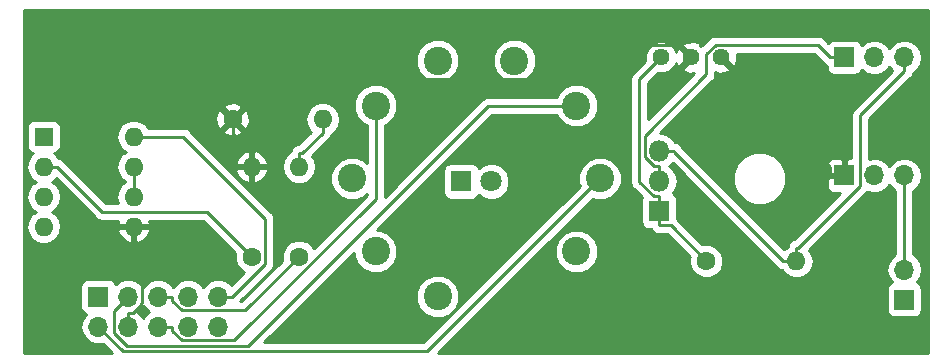
<source format=gbl>
G04 #@! TF.GenerationSoftware,KiCad,Pcbnew,(5.0.0)*
G04 #@! TF.CreationDate,2018-12-09T11:47:50+01:00*
G04 #@! TF.ProjectId,Corona_tubeBoard,436F726F6E615F74756265426F617264,1*
G04 #@! TF.SameCoordinates,Original*
G04 #@! TF.FileFunction,Copper,L2,Bot,Signal*
G04 #@! TF.FilePolarity,Positive*
%FSLAX46Y46*%
G04 Gerber Fmt 4.6, Leading zero omitted, Abs format (unit mm)*
G04 Created by KiCad (PCBNEW (5.0.0)) date 12/09/18 11:47:50*
%MOMM*%
%LPD*%
G01*
G04 APERTURE LIST*
G04 #@! TA.AperFunction,ComponentPad*
%ADD10C,2.397760*%
G04 #@! TD*
G04 #@! TA.AperFunction,ComponentPad*
%ADD11O,1.800000X1.800000*%
G04 #@! TD*
G04 #@! TA.AperFunction,ComponentPad*
%ADD12R,1.800000X1.800000*%
G04 #@! TD*
G04 #@! TA.AperFunction,ComponentPad*
%ADD13R,1.700000X1.700000*%
G04 #@! TD*
G04 #@! TA.AperFunction,ComponentPad*
%ADD14O,1.700000X1.700000*%
G04 #@! TD*
G04 #@! TA.AperFunction,ComponentPad*
%ADD15C,1.800000*%
G04 #@! TD*
G04 #@! TA.AperFunction,ComponentPad*
%ADD16O,1.600000X1.600000*%
G04 #@! TD*
G04 #@! TA.AperFunction,ComponentPad*
%ADD17C,1.600000*%
G04 #@! TD*
G04 #@! TA.AperFunction,ComponentPad*
%ADD18C,1.440000*%
G04 #@! TD*
G04 #@! TA.AperFunction,ComponentPad*
%ADD19R,1.600000X1.600000*%
G04 #@! TD*
G04 #@! TA.AperFunction,Conductor*
%ADD20C,0.250000*%
G04 #@! TD*
G04 #@! TA.AperFunction,Conductor*
%ADD21C,0.254000*%
G04 #@! TD*
G04 APERTURE END LIST*
D10*
G04 #@! TO.P,SX1,1*
G04 #@! TO.N,/Tube Board/TUBE_1_TB*
X47493760Y-21169660D03*
G04 #@! TO.P,SX1,2*
G04 #@! TO.N,/Tube Board/TUBE_2_TB*
X49497820Y-15000000D03*
G04 #@! TO.P,SX1,3*
G04 #@! TO.N,/Tube Board/TUBE_3_TB*
X47493760Y-8830340D03*
G04 #@! TO.P,SX1,4*
G04 #@! TO.N,/Tube Board/TUBE_4_TB*
X42243580Y-5015260D03*
G04 #@! TO.P,SX1,5*
G04 #@! TO.N,Net-(J6-Pad2)*
X35756420Y-5015260D03*
G04 #@! TO.P,SX1,6*
G04 #@! TO.N,/Tube Board/TUBE_6_TB*
X30506240Y-8830340D03*
G04 #@! TO.P,SX1,7*
G04 #@! TO.N,/Tube Board/TUBE_7_TB*
X28502180Y-15000000D03*
G04 #@! TO.P,SX1,8*
G04 #@! TO.N,/Tube Board/TUBE_8_TB*
X30506240Y-21169660D03*
G04 #@! TO.P,SX1,9*
G04 #@! TO.N,N/C*
X35756420Y-24984740D03*
G04 #@! TD*
D11*
G04 #@! TO.P,U2,3*
G04 #@! TO.N,/Tube Board/-6.3V_TB*
X54500000Y-12670000D03*
G04 #@! TO.P,U2,2*
G04 #@! TO.N,/Tube Board/-12V_TB*
X54500000Y-15210000D03*
D12*
G04 #@! TO.P,U2,1*
G04 #@! TO.N,Net-(RFBB1-Pad3)*
X54500000Y-17750000D03*
G04 #@! TD*
D13*
G04 #@! TO.P,J5,1*
G04 #@! TO.N,/Tube Board/TUBE_4_TB*
X75250000Y-25250000D03*
D14*
G04 #@! TO.P,J5,2*
G04 #@! TO.N,Net-(J5-Pad2)*
X75250000Y-22710000D03*
G04 #@! TD*
D15*
G04 #@! TO.P,D_TUBE1,2*
G04 #@! TO.N,Net-(D_TUBE1-Pad2)*
X40290000Y-15250000D03*
D12*
G04 #@! TO.P,D_TUBE1,1*
G04 #@! TO.N,Net-(D_TUBE1-Pad1)*
X37750000Y-15250000D03*
G04 #@! TD*
D14*
G04 #@! TO.P,J2,3*
G04 #@! TO.N,/Tube Board/-6.3V_TB*
X75250000Y-4750000D03*
G04 #@! TO.P,J2,2*
G04 #@! TO.N,/Tube Board/TUBE_4_TB*
X72710000Y-4750000D03*
D13*
G04 #@! TO.P,J2,1*
G04 #@! TO.N,/Tube Board/-12V_TB*
X70170000Y-4750000D03*
G04 #@! TD*
G04 #@! TO.P,J4,1*
G04 #@! TO.N,/Tube Board/TUBE_1_TB*
X7000000Y-25000000D03*
D14*
G04 #@! TO.P,J4,2*
G04 #@! TO.N,/Tube Board/TUBE_2_TB*
X7000000Y-27540000D03*
G04 #@! TO.P,J4,3*
G04 #@! TO.N,/Tube Board/TUBE_3_TB*
X9540000Y-25000000D03*
G04 #@! TO.P,J4,4*
G04 #@! TO.N,/Tube Board/GND_TB*
X9540000Y-27540000D03*
G04 #@! TO.P,J4,5*
G04 #@! TO.N,/Tube Board/AUDIO_OUT_TB*
X12080000Y-25000000D03*
G04 #@! TO.P,J4,6*
G04 #@! TO.N,/Tube Board/TUBE_6_TB*
X12080000Y-27540000D03*
G04 #@! TO.P,J4,7*
G04 #@! TO.N,/Tube Board/TUBE_7_TB*
X14620000Y-25000000D03*
G04 #@! TO.P,J4,8*
G04 #@! TO.N,/Tube Board/TUBE_8_TB*
X14620000Y-27540000D03*
G04 #@! TO.P,J4,9*
G04 #@! TO.N,/Tube Board/+12V_TB*
X17160000Y-25000000D03*
G04 #@! TO.P,J4,10*
G04 #@! TO.N,/Tube Board/-12V_TB*
X17160000Y-27540000D03*
G04 #@! TD*
D13*
G04 #@! TO.P,J6,1*
G04 #@! TO.N,/Tube Board/GND_TB*
X70170000Y-14750000D03*
D14*
G04 #@! TO.P,J6,2*
G04 #@! TO.N,Net-(J6-Pad2)*
X72710000Y-14750000D03*
G04 #@! TO.P,J6,3*
G04 #@! TO.N,Net-(J5-Pad2)*
X75250000Y-14750000D03*
G04 #@! TD*
D16*
G04 #@! TO.P,R23,2*
G04 #@! TO.N,/Tube Board/GND_TB*
X20000000Y-14000000D03*
D17*
G04 #@! TO.P,R23,1*
G04 #@! TO.N,Net-(D_TUBE1-Pad2)*
X20000000Y-21620000D03*
G04 #@! TD*
D16*
G04 #@! TO.P,R24,2*
G04 #@! TO.N,Net-(R24-Pad2)*
X24000000Y-14000000D03*
D17*
G04 #@! TO.P,R24,1*
G04 #@! TO.N,/Tube Board/AUDIO_OUT_TB*
X24000000Y-21620000D03*
G04 #@! TD*
D18*
G04 #@! TO.P,RFBB1,1*
G04 #@! TO.N,/Tube Board/GND_TB*
X59750000Y-4750000D03*
G04 #@! TO.P,RFBB1,2*
X57210000Y-4750000D03*
G04 #@! TO.P,RFBB1,3*
G04 #@! TO.N,Net-(RFBB1-Pad3)*
X54670000Y-4750000D03*
G04 #@! TD*
D16*
G04 #@! TO.P,RFBT1,2*
G04 #@! TO.N,/Tube Board/-6.3V_TB*
X66120000Y-22000000D03*
D17*
G04 #@! TO.P,RFBT1,1*
G04 #@! TO.N,Net-(RFBB1-Pad3)*
X58500000Y-22000000D03*
G04 #@! TD*
D16*
G04 #@! TO.P,R43,2*
G04 #@! TO.N,Net-(R24-Pad2)*
X26000000Y-10000000D03*
D17*
G04 #@! TO.P,R43,1*
G04 #@! TO.N,/Tube Board/GND_TB*
X18380000Y-10000000D03*
G04 #@! TD*
D16*
G04 #@! TO.P,U7,8*
G04 #@! TO.N,/Tube Board/+12V_TB*
X10000000Y-11460000D03*
G04 #@! TO.P,U7,4*
G04 #@! TO.N,/Tube Board/-12V_TB*
X2380000Y-19080000D03*
G04 #@! TO.P,U7,7*
G04 #@! TO.N,Net-(U7-Pad6)*
X10000000Y-14000000D03*
G04 #@! TO.P,U7,3*
G04 #@! TO.N,Net-(R24-Pad2)*
X2380000Y-16540000D03*
G04 #@! TO.P,U7,6*
G04 #@! TO.N,Net-(U7-Pad6)*
X10000000Y-16540000D03*
G04 #@! TO.P,U7,2*
G04 #@! TO.N,Net-(D_TUBE1-Pad2)*
X2380000Y-14000000D03*
G04 #@! TO.P,U7,5*
G04 #@! TO.N,/Tube Board/GND_TB*
X10000000Y-19080000D03*
D19*
G04 #@! TO.P,U7,1*
G04 #@! TO.N,Net-(D_TUBE1-Pad1)*
X2380000Y-11460000D03*
G04 #@! TD*
D20*
G04 #@! TO.N,/Tube Board/-6.3V_TB*
X66120000Y-22000000D02*
X66120000Y-20874700D01*
X75250000Y-4750000D02*
X75250000Y-5925300D01*
X75250000Y-5925300D02*
X71525100Y-9650200D01*
X71525100Y-9650200D02*
X71525100Y-15610300D01*
X71525100Y-15610300D02*
X66260700Y-20874700D01*
X66260700Y-20874700D02*
X66120000Y-20874700D01*
X54500000Y-12670000D02*
X55725300Y-12670000D01*
X66120000Y-22000000D02*
X64994700Y-22000000D01*
X64994700Y-22000000D02*
X55725300Y-12730600D01*
X55725300Y-12730600D02*
X55725300Y-12670000D01*
G04 #@! TO.N,/Tube Board/-12V_TB*
X54500000Y-15210000D02*
X54500000Y-13984700D01*
X70170000Y-4750000D02*
X68994700Y-4750000D01*
X68994700Y-4750000D02*
X67927900Y-3683200D01*
X67927900Y-3683200D02*
X59268900Y-3683200D01*
X59268900Y-3683200D02*
X58480000Y-4472100D01*
X58480000Y-4472100D02*
X58480000Y-6167200D01*
X58480000Y-6167200D02*
X53274700Y-11372500D01*
X53274700Y-11372500D02*
X53274700Y-13219000D01*
X53274700Y-13219000D02*
X54040400Y-13984700D01*
X54040400Y-13984700D02*
X54500000Y-13984700D01*
G04 #@! TO.N,/Tube Board/TUBE_6_TB*
X12080000Y-27540000D02*
X13255300Y-27540000D01*
X13255300Y-27540000D02*
X13255300Y-27907300D01*
X13255300Y-27907300D02*
X14064800Y-28716800D01*
X14064800Y-28716800D02*
X18512900Y-28716800D01*
X18512900Y-28716800D02*
X30506200Y-16723500D01*
X30506200Y-16723500D02*
X30506200Y-8830300D01*
G04 #@! TO.N,/Tube Board/GND_TB*
X57210000Y-4750000D02*
X56120000Y-3660000D01*
X56120000Y-3660000D02*
X48849100Y-3660000D01*
X48849100Y-3660000D02*
X45892600Y-6616500D01*
X45892600Y-6616500D02*
X26258200Y-6616500D01*
X26258200Y-6616500D02*
X20000000Y-12874700D01*
X20000000Y-12874700D02*
X18380000Y-11254700D01*
X18380000Y-11254700D02*
X18380000Y-10000000D01*
X70170000Y-14750000D02*
X68994700Y-14750000D01*
X59750000Y-4750000D02*
X68994700Y-13994700D01*
X68994700Y-13994700D02*
X68994700Y-14750000D01*
X20000000Y-14000000D02*
X20000000Y-12874700D01*
X9540000Y-27540000D02*
X9540000Y-26364700D01*
X10000000Y-19080000D02*
X10000000Y-20205300D01*
X10000000Y-20205300D02*
X10715300Y-20920600D01*
X10715300Y-20920600D02*
X10715300Y-25556800D01*
X10715300Y-25556800D02*
X9907400Y-26364700D01*
X9907400Y-26364700D02*
X9540000Y-26364700D01*
G04 #@! TO.N,/Tube Board/TUBE_3_TB*
X9540000Y-25000000D02*
X8324700Y-26215300D01*
X8324700Y-26215300D02*
X8324700Y-28102000D01*
X8324700Y-28102000D02*
X9415200Y-29192500D01*
X9415200Y-29192500D02*
X19682200Y-29192500D01*
X19682200Y-29192500D02*
X40044400Y-8830300D01*
X40044400Y-8830300D02*
X47493800Y-8830300D01*
G04 #@! TO.N,/Tube Board/TUBE_2_TB*
X7000000Y-27540000D02*
X9107600Y-29647600D01*
X9107600Y-29647600D02*
X34850200Y-29647600D01*
X34850200Y-29647600D02*
X49497800Y-15000000D01*
G04 #@! TO.N,Net-(RFBB1-Pad3)*
X54670000Y-4750000D02*
X52824400Y-6595600D01*
X52824400Y-6595600D02*
X52824400Y-15308700D01*
X52824400Y-15308700D02*
X54040400Y-16524700D01*
X54040400Y-16524700D02*
X54500000Y-16524700D01*
X54500000Y-17750000D02*
X54500000Y-18975300D01*
X58500000Y-22000000D02*
X55475300Y-18975300D01*
X55475300Y-18975300D02*
X54500000Y-18975300D01*
X54500000Y-17750000D02*
X54500000Y-16524700D01*
G04 #@! TO.N,/Tube Board/AUDIO_OUT_TB*
X12080000Y-25000000D02*
X13255300Y-25000000D01*
X24000000Y-21620000D02*
X19444700Y-26175300D01*
X19444700Y-26175300D02*
X14063200Y-26175300D01*
X14063200Y-26175300D02*
X13255300Y-25367400D01*
X13255300Y-25367400D02*
X13255300Y-25000000D01*
G04 #@! TO.N,Net-(D_TUBE1-Pad2)*
X2380000Y-14000000D02*
X3505300Y-14000000D01*
X3505300Y-14000000D02*
X7315300Y-17810000D01*
X7315300Y-17810000D02*
X16190000Y-17810000D01*
X16190000Y-17810000D02*
X20000000Y-21620000D01*
G04 #@! TO.N,Net-(J5-Pad2)*
X75250000Y-14750000D02*
X75250000Y-22710000D01*
G04 #@! TO.N,/Tube Board/+12V_TB*
X10000000Y-11460000D02*
X14192700Y-11460000D01*
X14192700Y-11460000D02*
X21129300Y-18396600D01*
X21129300Y-18396600D02*
X21129300Y-22206000D01*
X21129300Y-22206000D02*
X18335300Y-25000000D01*
X17160000Y-25000000D02*
X18335300Y-25000000D01*
G04 #@! TO.N,Net-(R24-Pad2)*
X24000000Y-14000000D02*
X24000000Y-12874700D01*
X26000000Y-10000000D02*
X26000000Y-11125300D01*
X26000000Y-11125300D02*
X24250600Y-12874700D01*
X24250600Y-12874700D02*
X24000000Y-12874700D01*
G04 #@! TO.N,Net-(U7-Pad6)*
X10000000Y-16540000D02*
X10000000Y-14000000D01*
G04 #@! TD*
D21*
G04 #@! TO.N,/Tube Board/GND_TB*
G36*
X77265000Y-734717D02*
X77265001Y-29765000D01*
X35807601Y-29765000D01*
X44767722Y-20804879D01*
X45659880Y-20804879D01*
X45659880Y-21534441D01*
X45939071Y-22208470D01*
X46454950Y-22724349D01*
X47128979Y-23003540D01*
X47858541Y-23003540D01*
X48532570Y-22724349D01*
X49048449Y-22208470D01*
X49327640Y-21534441D01*
X49327640Y-20804879D01*
X49048449Y-20130850D01*
X48532570Y-19614971D01*
X47858541Y-19335780D01*
X47128979Y-19335780D01*
X46454950Y-19614971D01*
X45939071Y-20130850D01*
X45659880Y-20804879D01*
X44767722Y-20804879D01*
X48854214Y-16718387D01*
X49133039Y-16833880D01*
X49862601Y-16833880D01*
X50536630Y-16554689D01*
X51052509Y-16038810D01*
X51331700Y-15364781D01*
X51331700Y-14635219D01*
X51052509Y-13961190D01*
X50536630Y-13445311D01*
X49862601Y-13166120D01*
X49133039Y-13166120D01*
X48459010Y-13445311D01*
X47943131Y-13961190D01*
X47663940Y-14635219D01*
X47663940Y-15364781D01*
X47779421Y-15643577D01*
X34535399Y-28887600D01*
X21061901Y-28887600D01*
X25329542Y-24619959D01*
X33922540Y-24619959D01*
X33922540Y-25349521D01*
X34201731Y-26023550D01*
X34717610Y-26539429D01*
X35391639Y-26818620D01*
X36121201Y-26818620D01*
X36795230Y-26539429D01*
X37311109Y-26023550D01*
X37590300Y-25349521D01*
X37590300Y-24619959D01*
X37311109Y-23945930D01*
X36795230Y-23430051D01*
X36121201Y-23150860D01*
X35391639Y-23150860D01*
X34717610Y-23430051D01*
X34201731Y-23945930D01*
X33922540Y-24619959D01*
X25329542Y-24619959D01*
X28672360Y-21277142D01*
X28672360Y-21534441D01*
X28951551Y-22208470D01*
X29467430Y-22724349D01*
X30141459Y-23003540D01*
X30871021Y-23003540D01*
X31545050Y-22724349D01*
X32060929Y-22208470D01*
X32340120Y-21534441D01*
X32340120Y-20804879D01*
X32060929Y-20130850D01*
X31545050Y-19614971D01*
X30871021Y-19335780D01*
X30613722Y-19335780D01*
X35599502Y-14350000D01*
X36202560Y-14350000D01*
X36202560Y-16150000D01*
X36251843Y-16397765D01*
X36392191Y-16607809D01*
X36602235Y-16748157D01*
X36850000Y-16797440D01*
X38650000Y-16797440D01*
X38897765Y-16748157D01*
X39107809Y-16607809D01*
X39248157Y-16397765D01*
X39251275Y-16382092D01*
X39420493Y-16551310D01*
X39984670Y-16785000D01*
X40595330Y-16785000D01*
X41159507Y-16551310D01*
X41591310Y-16119507D01*
X41825000Y-15555330D01*
X41825000Y-14944670D01*
X41591310Y-14380493D01*
X41159507Y-13948690D01*
X40595330Y-13715000D01*
X39984670Y-13715000D01*
X39420493Y-13948690D01*
X39251275Y-14117908D01*
X39248157Y-14102235D01*
X39107809Y-13892191D01*
X38897765Y-13751843D01*
X38650000Y-13702560D01*
X36850000Y-13702560D01*
X36602235Y-13751843D01*
X36392191Y-13892191D01*
X36251843Y-14102235D01*
X36202560Y-14350000D01*
X35599502Y-14350000D01*
X40359203Y-9590300D01*
X45823568Y-9590300D01*
X45939071Y-9869150D01*
X46454950Y-10385029D01*
X47128979Y-10664220D01*
X47858541Y-10664220D01*
X48532570Y-10385029D01*
X49048449Y-9869150D01*
X49327640Y-9195121D01*
X49327640Y-8465559D01*
X49048449Y-7791530D01*
X48532570Y-7275651D01*
X47858541Y-6996460D01*
X47128979Y-6996460D01*
X46454950Y-7275651D01*
X45939071Y-7791530D01*
X45823601Y-8070300D01*
X40119246Y-8070300D01*
X40044399Y-8055412D01*
X39969552Y-8070300D01*
X39969548Y-8070300D01*
X39747863Y-8114396D01*
X39747861Y-8114397D01*
X39747862Y-8114397D01*
X39559926Y-8239971D01*
X39559924Y-8239973D01*
X39496471Y-8282371D01*
X39454073Y-8345824D01*
X31266200Y-16533698D01*
X31266200Y-10500532D01*
X31545050Y-10385029D01*
X32060929Y-9869150D01*
X32340120Y-9195121D01*
X32340120Y-8465559D01*
X32060929Y-7791530D01*
X31545050Y-7275651D01*
X30871021Y-6996460D01*
X30141459Y-6996460D01*
X29467430Y-7275651D01*
X28951551Y-7791530D01*
X28672360Y-8465559D01*
X28672360Y-9195121D01*
X28951551Y-9869150D01*
X29467430Y-10385029D01*
X29746201Y-10500499D01*
X29746200Y-13650521D01*
X29540990Y-13445311D01*
X28866961Y-13166120D01*
X28137399Y-13166120D01*
X27463370Y-13445311D01*
X26947491Y-13961190D01*
X26668300Y-14635219D01*
X26668300Y-15364781D01*
X26947491Y-16038810D01*
X27463370Y-16554689D01*
X28137399Y-16833880D01*
X28866961Y-16833880D01*
X29540990Y-16554689D01*
X29746200Y-16349479D01*
X29746200Y-16408698D01*
X25254969Y-20899929D01*
X25216534Y-20807138D01*
X24812862Y-20403466D01*
X24285439Y-20185000D01*
X23714561Y-20185000D01*
X23187138Y-20403466D01*
X22783466Y-20807138D01*
X22565000Y-21334561D01*
X22565000Y-21905439D01*
X22586896Y-21958302D01*
X19129899Y-25415300D01*
X18994801Y-25415300D01*
X21613773Y-22796329D01*
X21677229Y-22753929D01*
X21720224Y-22689582D01*
X21845204Y-22502538D01*
X21878349Y-22335904D01*
X21889300Y-22280852D01*
X21889300Y-22280848D01*
X21904188Y-22206000D01*
X21889300Y-22131152D01*
X21889300Y-18471448D01*
X21904188Y-18396600D01*
X21889300Y-18321752D01*
X21889300Y-18321748D01*
X21845204Y-18100063D01*
X21845204Y-18100062D01*
X21719629Y-17912127D01*
X21677229Y-17848671D01*
X21613773Y-17806271D01*
X18156543Y-14349041D01*
X18608086Y-14349041D01*
X18847611Y-14855134D01*
X19262577Y-15231041D01*
X19650961Y-15391904D01*
X19873000Y-15269915D01*
X19873000Y-14127000D01*
X20127000Y-14127000D01*
X20127000Y-15269915D01*
X20349039Y-15391904D01*
X20737423Y-15231041D01*
X21152389Y-14855134D01*
X21391914Y-14349041D01*
X21270629Y-14127000D01*
X20127000Y-14127000D01*
X19873000Y-14127000D01*
X18729371Y-14127000D01*
X18608086Y-14349041D01*
X18156543Y-14349041D01*
X17807502Y-14000000D01*
X22536887Y-14000000D01*
X22648260Y-14559909D01*
X22965423Y-15034577D01*
X23440091Y-15351740D01*
X23858667Y-15435000D01*
X24141333Y-15435000D01*
X24559909Y-15351740D01*
X25034577Y-15034577D01*
X25351740Y-14559909D01*
X25463113Y-14000000D01*
X25351740Y-13440091D01*
X25114726Y-13085375D01*
X26484473Y-11715629D01*
X26547929Y-11673229D01*
X26715904Y-11421837D01*
X26755896Y-11220786D01*
X27034577Y-11034577D01*
X27351740Y-10559909D01*
X27463113Y-10000000D01*
X27351740Y-9440091D01*
X27034577Y-8965423D01*
X26559909Y-8648260D01*
X26141333Y-8565000D01*
X25858667Y-8565000D01*
X25440091Y-8648260D01*
X24965423Y-8965423D01*
X24648260Y-9440091D01*
X24536887Y-10000000D01*
X24648260Y-10559909D01*
X24965423Y-11034577D01*
X24995695Y-11054804D01*
X23938443Y-12112055D01*
X23925148Y-12114700D01*
X23703463Y-12158796D01*
X23452071Y-12326771D01*
X23284096Y-12578163D01*
X23244104Y-12779214D01*
X22965423Y-12965423D01*
X22648260Y-13440091D01*
X22536887Y-14000000D01*
X17807502Y-14000000D01*
X17458461Y-13650959D01*
X18608086Y-13650959D01*
X18729371Y-13873000D01*
X19873000Y-13873000D01*
X19873000Y-12730085D01*
X20127000Y-12730085D01*
X20127000Y-13873000D01*
X21270629Y-13873000D01*
X21391914Y-13650959D01*
X21152389Y-13144866D01*
X20737423Y-12768959D01*
X20349039Y-12608096D01*
X20127000Y-12730085D01*
X19873000Y-12730085D01*
X19650961Y-12608096D01*
X19262577Y-12768959D01*
X18847611Y-13144866D01*
X18608086Y-13650959D01*
X17458461Y-13650959D01*
X14815247Y-11007745D01*
X17551861Y-11007745D01*
X17625995Y-11253864D01*
X18163223Y-11446965D01*
X18733454Y-11419778D01*
X19134005Y-11253864D01*
X19208139Y-11007745D01*
X18380000Y-10179605D01*
X17551861Y-11007745D01*
X14815247Y-11007745D01*
X14783031Y-10975530D01*
X14740629Y-10912071D01*
X14489237Y-10744096D01*
X14267552Y-10700000D01*
X14267547Y-10700000D01*
X14192700Y-10685112D01*
X14117853Y-10700000D01*
X11218043Y-10700000D01*
X11034577Y-10425423D01*
X10559909Y-10108260D01*
X10141333Y-10025000D01*
X9858667Y-10025000D01*
X9440091Y-10108260D01*
X8965423Y-10425423D01*
X8648260Y-10900091D01*
X8536887Y-11460000D01*
X8648260Y-12019909D01*
X8965423Y-12494577D01*
X9317758Y-12730000D01*
X8965423Y-12965423D01*
X8648260Y-13440091D01*
X8536887Y-14000000D01*
X8648260Y-14559909D01*
X8965423Y-15034577D01*
X9240001Y-15218044D01*
X9240000Y-15321956D01*
X8965423Y-15505423D01*
X8648260Y-15980091D01*
X8536887Y-16540000D01*
X8638332Y-17050000D01*
X7630102Y-17050000D01*
X4095631Y-13515530D01*
X4053229Y-13452071D01*
X3801837Y-13284096D01*
X3600786Y-13244104D01*
X3414577Y-12965423D01*
X3293894Y-12884785D01*
X3427765Y-12858157D01*
X3637809Y-12717809D01*
X3778157Y-12507765D01*
X3827440Y-12260000D01*
X3827440Y-10660000D01*
X3778157Y-10412235D01*
X3637809Y-10202191D01*
X3427765Y-10061843D01*
X3180000Y-10012560D01*
X1580000Y-10012560D01*
X1332235Y-10061843D01*
X1122191Y-10202191D01*
X981843Y-10412235D01*
X932560Y-10660000D01*
X932560Y-12260000D01*
X981843Y-12507765D01*
X1122191Y-12717809D01*
X1332235Y-12858157D01*
X1466106Y-12884785D01*
X1345423Y-12965423D01*
X1028260Y-13440091D01*
X916887Y-14000000D01*
X1028260Y-14559909D01*
X1345423Y-15034577D01*
X1697758Y-15270000D01*
X1345423Y-15505423D01*
X1028260Y-15980091D01*
X916887Y-16540000D01*
X1028260Y-17099909D01*
X1345423Y-17574577D01*
X1697758Y-17810000D01*
X1345423Y-18045423D01*
X1028260Y-18520091D01*
X916887Y-19080000D01*
X1028260Y-19639909D01*
X1345423Y-20114577D01*
X1820091Y-20431740D01*
X2238667Y-20515000D01*
X2521333Y-20515000D01*
X2939909Y-20431740D01*
X3414577Y-20114577D01*
X3731740Y-19639909D01*
X3773684Y-19429039D01*
X8608096Y-19429039D01*
X8768959Y-19817423D01*
X9144866Y-20232389D01*
X9650959Y-20471914D01*
X9873000Y-20350629D01*
X9873000Y-19207000D01*
X10127000Y-19207000D01*
X10127000Y-20350629D01*
X10349041Y-20471914D01*
X10855134Y-20232389D01*
X11231041Y-19817423D01*
X11391904Y-19429039D01*
X11269915Y-19207000D01*
X10127000Y-19207000D01*
X9873000Y-19207000D01*
X8730085Y-19207000D01*
X8608096Y-19429039D01*
X3773684Y-19429039D01*
X3843113Y-19080000D01*
X3731740Y-18520091D01*
X3414577Y-18045423D01*
X3062242Y-17810000D01*
X3414577Y-17574577D01*
X3731740Y-17099909D01*
X3843113Y-16540000D01*
X3731740Y-15980091D01*
X3414577Y-15505423D01*
X3062242Y-15270000D01*
X3414577Y-15034577D01*
X3434804Y-15004305D01*
X6724970Y-18294472D01*
X6767371Y-18357929D01*
X6830827Y-18400329D01*
X7018762Y-18525904D01*
X7066905Y-18535480D01*
X7240448Y-18570000D01*
X7240452Y-18570000D01*
X7315300Y-18584888D01*
X7390148Y-18570000D01*
X8674764Y-18570000D01*
X8608096Y-18730961D01*
X8730085Y-18953000D01*
X9873000Y-18953000D01*
X9873000Y-18933000D01*
X10127000Y-18933000D01*
X10127000Y-18953000D01*
X11269915Y-18953000D01*
X11391904Y-18730961D01*
X11325236Y-18570000D01*
X15875199Y-18570000D01*
X18586896Y-21281698D01*
X18565000Y-21334561D01*
X18565000Y-21905439D01*
X18783466Y-22432862D01*
X19187138Y-22836534D01*
X19354600Y-22905899D01*
X18270879Y-23989620D01*
X18230625Y-23929375D01*
X17739418Y-23601161D01*
X17306256Y-23515000D01*
X17013744Y-23515000D01*
X16580582Y-23601161D01*
X16089375Y-23929375D01*
X15890000Y-24227761D01*
X15690625Y-23929375D01*
X15199418Y-23601161D01*
X14766256Y-23515000D01*
X14473744Y-23515000D01*
X14040582Y-23601161D01*
X13549375Y-23929375D01*
X13350000Y-24227761D01*
X13150625Y-23929375D01*
X12659418Y-23601161D01*
X12226256Y-23515000D01*
X11933744Y-23515000D01*
X11500582Y-23601161D01*
X11009375Y-23929375D01*
X10810000Y-24227761D01*
X10610625Y-23929375D01*
X10119418Y-23601161D01*
X9686256Y-23515000D01*
X9393744Y-23515000D01*
X8960582Y-23601161D01*
X8469375Y-23929375D01*
X8457184Y-23947619D01*
X8448157Y-23902235D01*
X8307809Y-23692191D01*
X8097765Y-23551843D01*
X7850000Y-23502560D01*
X6150000Y-23502560D01*
X5902235Y-23551843D01*
X5692191Y-23692191D01*
X5551843Y-23902235D01*
X5502560Y-24150000D01*
X5502560Y-25850000D01*
X5551843Y-26097765D01*
X5692191Y-26307809D01*
X5902235Y-26448157D01*
X5947619Y-26457184D01*
X5929375Y-26469375D01*
X5601161Y-26960582D01*
X5485908Y-27540000D01*
X5601161Y-28119418D01*
X5929375Y-28610625D01*
X6420582Y-28938839D01*
X6853744Y-29025000D01*
X7146256Y-29025000D01*
X7366408Y-28981209D01*
X8150198Y-29765000D01*
X735000Y-29765000D01*
X735000Y-9783223D01*
X16933035Y-9783223D01*
X16960222Y-10353454D01*
X17126136Y-10754005D01*
X17372255Y-10828139D01*
X18200395Y-10000000D01*
X18559605Y-10000000D01*
X19387745Y-10828139D01*
X19633864Y-10754005D01*
X19826965Y-10216777D01*
X19799778Y-9646546D01*
X19633864Y-9245995D01*
X19387745Y-9171861D01*
X18559605Y-10000000D01*
X18200395Y-10000000D01*
X17372255Y-9171861D01*
X17126136Y-9245995D01*
X16933035Y-9783223D01*
X735000Y-9783223D01*
X735000Y-8992255D01*
X17551861Y-8992255D01*
X18380000Y-9820395D01*
X19208139Y-8992255D01*
X19134005Y-8746136D01*
X18596777Y-8553035D01*
X18026546Y-8580222D01*
X17625995Y-8746136D01*
X17551861Y-8992255D01*
X735000Y-8992255D01*
X735000Y-4650479D01*
X33922540Y-4650479D01*
X33922540Y-5380041D01*
X34201731Y-6054070D01*
X34717610Y-6569949D01*
X35391639Y-6849140D01*
X36121201Y-6849140D01*
X36795230Y-6569949D01*
X37311109Y-6054070D01*
X37590300Y-5380041D01*
X37590300Y-4650479D01*
X40409700Y-4650479D01*
X40409700Y-5380041D01*
X40688891Y-6054070D01*
X41204770Y-6569949D01*
X41878799Y-6849140D01*
X42608361Y-6849140D01*
X43220462Y-6595600D01*
X52049512Y-6595600D01*
X52064400Y-6670447D01*
X52064401Y-15233848D01*
X52049512Y-15308700D01*
X52108497Y-15605237D01*
X52210523Y-15757929D01*
X52276472Y-15856629D01*
X52339928Y-15899029D01*
X53018382Y-16577483D01*
X53001843Y-16602235D01*
X52952560Y-16850000D01*
X52952560Y-18650000D01*
X53001843Y-18897765D01*
X53142191Y-19107809D01*
X53352235Y-19248157D01*
X53600000Y-19297440D01*
X53801203Y-19297440D01*
X53952071Y-19523229D01*
X54203463Y-19691204D01*
X54425148Y-19735300D01*
X54500000Y-19750189D01*
X54574852Y-19735300D01*
X55160499Y-19735300D01*
X57086897Y-21661698D01*
X57065000Y-21714561D01*
X57065000Y-22285439D01*
X57283466Y-22812862D01*
X57687138Y-23216534D01*
X58214561Y-23435000D01*
X58785439Y-23435000D01*
X59312862Y-23216534D01*
X59716534Y-22812862D01*
X59935000Y-22285439D01*
X59935000Y-21714561D01*
X59716534Y-21187138D01*
X59312862Y-20783466D01*
X58785439Y-20565000D01*
X58214561Y-20565000D01*
X58161698Y-20586897D01*
X56065631Y-18490830D01*
X56047440Y-18463605D01*
X56047440Y-16850000D01*
X55998157Y-16602235D01*
X55857809Y-16392191D01*
X55649304Y-16252871D01*
X55945938Y-15808927D01*
X56065072Y-15210000D01*
X55945938Y-14611073D01*
X55606673Y-14103327D01*
X55362237Y-13940000D01*
X55606673Y-13776673D01*
X55642681Y-13722783D01*
X64404371Y-22484473D01*
X64446771Y-22547929D01*
X64698163Y-22715904D01*
X64899214Y-22755896D01*
X65085423Y-23034577D01*
X65560091Y-23351740D01*
X65978667Y-23435000D01*
X66261333Y-23435000D01*
X66679909Y-23351740D01*
X67154577Y-23034577D01*
X67471740Y-22559909D01*
X67583113Y-22000000D01*
X67471740Y-21440091D01*
X67190706Y-21019495D01*
X72009573Y-16200629D01*
X72073029Y-16158229D01*
X72095131Y-16125151D01*
X72130582Y-16148839D01*
X72563744Y-16235000D01*
X72856256Y-16235000D01*
X73289418Y-16148839D01*
X73780625Y-15820625D01*
X73980000Y-15522239D01*
X74179375Y-15820625D01*
X74490000Y-16028178D01*
X74490001Y-21431821D01*
X74179375Y-21639375D01*
X73851161Y-22130582D01*
X73735908Y-22710000D01*
X73851161Y-23289418D01*
X74179375Y-23780625D01*
X74197619Y-23792816D01*
X74152235Y-23801843D01*
X73942191Y-23942191D01*
X73801843Y-24152235D01*
X73752560Y-24400000D01*
X73752560Y-26100000D01*
X73801843Y-26347765D01*
X73942191Y-26557809D01*
X74152235Y-26698157D01*
X74400000Y-26747440D01*
X76100000Y-26747440D01*
X76347765Y-26698157D01*
X76557809Y-26557809D01*
X76698157Y-26347765D01*
X76747440Y-26100000D01*
X76747440Y-24400000D01*
X76698157Y-24152235D01*
X76557809Y-23942191D01*
X76347765Y-23801843D01*
X76302381Y-23792816D01*
X76320625Y-23780625D01*
X76648839Y-23289418D01*
X76764092Y-22710000D01*
X76648839Y-22130582D01*
X76320625Y-21639375D01*
X76010000Y-21431822D01*
X76010000Y-16028178D01*
X76320625Y-15820625D01*
X76648839Y-15329418D01*
X76764092Y-14750000D01*
X76648839Y-14170582D01*
X76320625Y-13679375D01*
X75829418Y-13351161D01*
X75396256Y-13265000D01*
X75103744Y-13265000D01*
X74670582Y-13351161D01*
X74179375Y-13679375D01*
X73980000Y-13977761D01*
X73780625Y-13679375D01*
X73289418Y-13351161D01*
X72856256Y-13265000D01*
X72563744Y-13265000D01*
X72285100Y-13320426D01*
X72285100Y-9965001D01*
X75734473Y-6515629D01*
X75797929Y-6473229D01*
X75965904Y-6221837D01*
X76003571Y-6032474D01*
X76320625Y-5820625D01*
X76648839Y-5329418D01*
X76764092Y-4750000D01*
X76648839Y-4170582D01*
X76320625Y-3679375D01*
X75829418Y-3351161D01*
X75396256Y-3265000D01*
X75103744Y-3265000D01*
X74670582Y-3351161D01*
X74179375Y-3679375D01*
X73980000Y-3977761D01*
X73780625Y-3679375D01*
X73289418Y-3351161D01*
X72856256Y-3265000D01*
X72563744Y-3265000D01*
X72130582Y-3351161D01*
X71639375Y-3679375D01*
X71627184Y-3697619D01*
X71618157Y-3652235D01*
X71477809Y-3442191D01*
X71267765Y-3301843D01*
X71020000Y-3252560D01*
X69320000Y-3252560D01*
X69072235Y-3301843D01*
X68862191Y-3442191D01*
X68821937Y-3502435D01*
X68518231Y-3198730D01*
X68475829Y-3135271D01*
X68224437Y-2967296D01*
X68002752Y-2923200D01*
X68002747Y-2923200D01*
X67927900Y-2908312D01*
X67853053Y-2923200D01*
X59343746Y-2923200D01*
X59268899Y-2908312D01*
X59194052Y-2923200D01*
X59194048Y-2923200D01*
X58972363Y-2967296D01*
X58720971Y-3135271D01*
X58678571Y-3198727D01*
X58143790Y-3733508D01*
X58095337Y-3685055D01*
X57980168Y-3800224D01*
X57915869Y-3562389D01*
X57407658Y-3382667D01*
X56869356Y-3411108D01*
X56504131Y-3562389D01*
X56439831Y-3800226D01*
X57210000Y-4570395D01*
X57224143Y-4556253D01*
X57403748Y-4735858D01*
X57389605Y-4750000D01*
X57403748Y-4764143D01*
X57224143Y-4943748D01*
X57210000Y-4929605D01*
X56439831Y-5699774D01*
X56504131Y-5937611D01*
X57012342Y-6117333D01*
X57479761Y-6092637D01*
X53584400Y-9987999D01*
X53584400Y-6910401D01*
X54392927Y-6101874D01*
X54400474Y-6105000D01*
X54939526Y-6105000D01*
X55437546Y-5898714D01*
X55818714Y-5517546D01*
X55933325Y-5240849D01*
X56022389Y-5455869D01*
X56260226Y-5520169D01*
X57030395Y-4750000D01*
X56260226Y-3979831D01*
X56022389Y-4044131D01*
X55940351Y-4276114D01*
X55818714Y-3982454D01*
X55437546Y-3601286D01*
X54939526Y-3395000D01*
X54400474Y-3395000D01*
X53902454Y-3601286D01*
X53521286Y-3982454D01*
X53315000Y-4480474D01*
X53315000Y-5019526D01*
X53318126Y-5027073D01*
X52339930Y-6005269D01*
X52276471Y-6047671D01*
X52108496Y-6299064D01*
X52064400Y-6520749D01*
X52064400Y-6520753D01*
X52049512Y-6595600D01*
X43220462Y-6595600D01*
X43282390Y-6569949D01*
X43798269Y-6054070D01*
X44077460Y-5380041D01*
X44077460Y-4650479D01*
X43798269Y-3976450D01*
X43282390Y-3460571D01*
X42608361Y-3181380D01*
X41878799Y-3181380D01*
X41204770Y-3460571D01*
X40688891Y-3976450D01*
X40409700Y-4650479D01*
X37590300Y-4650479D01*
X37311109Y-3976450D01*
X36795230Y-3460571D01*
X36121201Y-3181380D01*
X35391639Y-3181380D01*
X34717610Y-3460571D01*
X34201731Y-3976450D01*
X33922540Y-4650479D01*
X735000Y-4650479D01*
X735000Y-705283D01*
X77265000Y-734717D01*
X77265000Y-734717D01*
G37*
X77265000Y-734717D02*
X77265001Y-29765000D01*
X35807601Y-29765000D01*
X44767722Y-20804879D01*
X45659880Y-20804879D01*
X45659880Y-21534441D01*
X45939071Y-22208470D01*
X46454950Y-22724349D01*
X47128979Y-23003540D01*
X47858541Y-23003540D01*
X48532570Y-22724349D01*
X49048449Y-22208470D01*
X49327640Y-21534441D01*
X49327640Y-20804879D01*
X49048449Y-20130850D01*
X48532570Y-19614971D01*
X47858541Y-19335780D01*
X47128979Y-19335780D01*
X46454950Y-19614971D01*
X45939071Y-20130850D01*
X45659880Y-20804879D01*
X44767722Y-20804879D01*
X48854214Y-16718387D01*
X49133039Y-16833880D01*
X49862601Y-16833880D01*
X50536630Y-16554689D01*
X51052509Y-16038810D01*
X51331700Y-15364781D01*
X51331700Y-14635219D01*
X51052509Y-13961190D01*
X50536630Y-13445311D01*
X49862601Y-13166120D01*
X49133039Y-13166120D01*
X48459010Y-13445311D01*
X47943131Y-13961190D01*
X47663940Y-14635219D01*
X47663940Y-15364781D01*
X47779421Y-15643577D01*
X34535399Y-28887600D01*
X21061901Y-28887600D01*
X25329542Y-24619959D01*
X33922540Y-24619959D01*
X33922540Y-25349521D01*
X34201731Y-26023550D01*
X34717610Y-26539429D01*
X35391639Y-26818620D01*
X36121201Y-26818620D01*
X36795230Y-26539429D01*
X37311109Y-26023550D01*
X37590300Y-25349521D01*
X37590300Y-24619959D01*
X37311109Y-23945930D01*
X36795230Y-23430051D01*
X36121201Y-23150860D01*
X35391639Y-23150860D01*
X34717610Y-23430051D01*
X34201731Y-23945930D01*
X33922540Y-24619959D01*
X25329542Y-24619959D01*
X28672360Y-21277142D01*
X28672360Y-21534441D01*
X28951551Y-22208470D01*
X29467430Y-22724349D01*
X30141459Y-23003540D01*
X30871021Y-23003540D01*
X31545050Y-22724349D01*
X32060929Y-22208470D01*
X32340120Y-21534441D01*
X32340120Y-20804879D01*
X32060929Y-20130850D01*
X31545050Y-19614971D01*
X30871021Y-19335780D01*
X30613722Y-19335780D01*
X35599502Y-14350000D01*
X36202560Y-14350000D01*
X36202560Y-16150000D01*
X36251843Y-16397765D01*
X36392191Y-16607809D01*
X36602235Y-16748157D01*
X36850000Y-16797440D01*
X38650000Y-16797440D01*
X38897765Y-16748157D01*
X39107809Y-16607809D01*
X39248157Y-16397765D01*
X39251275Y-16382092D01*
X39420493Y-16551310D01*
X39984670Y-16785000D01*
X40595330Y-16785000D01*
X41159507Y-16551310D01*
X41591310Y-16119507D01*
X41825000Y-15555330D01*
X41825000Y-14944670D01*
X41591310Y-14380493D01*
X41159507Y-13948690D01*
X40595330Y-13715000D01*
X39984670Y-13715000D01*
X39420493Y-13948690D01*
X39251275Y-14117908D01*
X39248157Y-14102235D01*
X39107809Y-13892191D01*
X38897765Y-13751843D01*
X38650000Y-13702560D01*
X36850000Y-13702560D01*
X36602235Y-13751843D01*
X36392191Y-13892191D01*
X36251843Y-14102235D01*
X36202560Y-14350000D01*
X35599502Y-14350000D01*
X40359203Y-9590300D01*
X45823568Y-9590300D01*
X45939071Y-9869150D01*
X46454950Y-10385029D01*
X47128979Y-10664220D01*
X47858541Y-10664220D01*
X48532570Y-10385029D01*
X49048449Y-9869150D01*
X49327640Y-9195121D01*
X49327640Y-8465559D01*
X49048449Y-7791530D01*
X48532570Y-7275651D01*
X47858541Y-6996460D01*
X47128979Y-6996460D01*
X46454950Y-7275651D01*
X45939071Y-7791530D01*
X45823601Y-8070300D01*
X40119246Y-8070300D01*
X40044399Y-8055412D01*
X39969552Y-8070300D01*
X39969548Y-8070300D01*
X39747863Y-8114396D01*
X39747861Y-8114397D01*
X39747862Y-8114397D01*
X39559926Y-8239971D01*
X39559924Y-8239973D01*
X39496471Y-8282371D01*
X39454073Y-8345824D01*
X31266200Y-16533698D01*
X31266200Y-10500532D01*
X31545050Y-10385029D01*
X32060929Y-9869150D01*
X32340120Y-9195121D01*
X32340120Y-8465559D01*
X32060929Y-7791530D01*
X31545050Y-7275651D01*
X30871021Y-6996460D01*
X30141459Y-6996460D01*
X29467430Y-7275651D01*
X28951551Y-7791530D01*
X28672360Y-8465559D01*
X28672360Y-9195121D01*
X28951551Y-9869150D01*
X29467430Y-10385029D01*
X29746201Y-10500499D01*
X29746200Y-13650521D01*
X29540990Y-13445311D01*
X28866961Y-13166120D01*
X28137399Y-13166120D01*
X27463370Y-13445311D01*
X26947491Y-13961190D01*
X26668300Y-14635219D01*
X26668300Y-15364781D01*
X26947491Y-16038810D01*
X27463370Y-16554689D01*
X28137399Y-16833880D01*
X28866961Y-16833880D01*
X29540990Y-16554689D01*
X29746200Y-16349479D01*
X29746200Y-16408698D01*
X25254969Y-20899929D01*
X25216534Y-20807138D01*
X24812862Y-20403466D01*
X24285439Y-20185000D01*
X23714561Y-20185000D01*
X23187138Y-20403466D01*
X22783466Y-20807138D01*
X22565000Y-21334561D01*
X22565000Y-21905439D01*
X22586896Y-21958302D01*
X19129899Y-25415300D01*
X18994801Y-25415300D01*
X21613773Y-22796329D01*
X21677229Y-22753929D01*
X21720224Y-22689582D01*
X21845204Y-22502538D01*
X21878349Y-22335904D01*
X21889300Y-22280852D01*
X21889300Y-22280848D01*
X21904188Y-22206000D01*
X21889300Y-22131152D01*
X21889300Y-18471448D01*
X21904188Y-18396600D01*
X21889300Y-18321752D01*
X21889300Y-18321748D01*
X21845204Y-18100063D01*
X21845204Y-18100062D01*
X21719629Y-17912127D01*
X21677229Y-17848671D01*
X21613773Y-17806271D01*
X18156543Y-14349041D01*
X18608086Y-14349041D01*
X18847611Y-14855134D01*
X19262577Y-15231041D01*
X19650961Y-15391904D01*
X19873000Y-15269915D01*
X19873000Y-14127000D01*
X20127000Y-14127000D01*
X20127000Y-15269915D01*
X20349039Y-15391904D01*
X20737423Y-15231041D01*
X21152389Y-14855134D01*
X21391914Y-14349041D01*
X21270629Y-14127000D01*
X20127000Y-14127000D01*
X19873000Y-14127000D01*
X18729371Y-14127000D01*
X18608086Y-14349041D01*
X18156543Y-14349041D01*
X17807502Y-14000000D01*
X22536887Y-14000000D01*
X22648260Y-14559909D01*
X22965423Y-15034577D01*
X23440091Y-15351740D01*
X23858667Y-15435000D01*
X24141333Y-15435000D01*
X24559909Y-15351740D01*
X25034577Y-15034577D01*
X25351740Y-14559909D01*
X25463113Y-14000000D01*
X25351740Y-13440091D01*
X25114726Y-13085375D01*
X26484473Y-11715629D01*
X26547929Y-11673229D01*
X26715904Y-11421837D01*
X26755896Y-11220786D01*
X27034577Y-11034577D01*
X27351740Y-10559909D01*
X27463113Y-10000000D01*
X27351740Y-9440091D01*
X27034577Y-8965423D01*
X26559909Y-8648260D01*
X26141333Y-8565000D01*
X25858667Y-8565000D01*
X25440091Y-8648260D01*
X24965423Y-8965423D01*
X24648260Y-9440091D01*
X24536887Y-10000000D01*
X24648260Y-10559909D01*
X24965423Y-11034577D01*
X24995695Y-11054804D01*
X23938443Y-12112055D01*
X23925148Y-12114700D01*
X23703463Y-12158796D01*
X23452071Y-12326771D01*
X23284096Y-12578163D01*
X23244104Y-12779214D01*
X22965423Y-12965423D01*
X22648260Y-13440091D01*
X22536887Y-14000000D01*
X17807502Y-14000000D01*
X17458461Y-13650959D01*
X18608086Y-13650959D01*
X18729371Y-13873000D01*
X19873000Y-13873000D01*
X19873000Y-12730085D01*
X20127000Y-12730085D01*
X20127000Y-13873000D01*
X21270629Y-13873000D01*
X21391914Y-13650959D01*
X21152389Y-13144866D01*
X20737423Y-12768959D01*
X20349039Y-12608096D01*
X20127000Y-12730085D01*
X19873000Y-12730085D01*
X19650961Y-12608096D01*
X19262577Y-12768959D01*
X18847611Y-13144866D01*
X18608086Y-13650959D01*
X17458461Y-13650959D01*
X14815247Y-11007745D01*
X17551861Y-11007745D01*
X17625995Y-11253864D01*
X18163223Y-11446965D01*
X18733454Y-11419778D01*
X19134005Y-11253864D01*
X19208139Y-11007745D01*
X18380000Y-10179605D01*
X17551861Y-11007745D01*
X14815247Y-11007745D01*
X14783031Y-10975530D01*
X14740629Y-10912071D01*
X14489237Y-10744096D01*
X14267552Y-10700000D01*
X14267547Y-10700000D01*
X14192700Y-10685112D01*
X14117853Y-10700000D01*
X11218043Y-10700000D01*
X11034577Y-10425423D01*
X10559909Y-10108260D01*
X10141333Y-10025000D01*
X9858667Y-10025000D01*
X9440091Y-10108260D01*
X8965423Y-10425423D01*
X8648260Y-10900091D01*
X8536887Y-11460000D01*
X8648260Y-12019909D01*
X8965423Y-12494577D01*
X9317758Y-12730000D01*
X8965423Y-12965423D01*
X8648260Y-13440091D01*
X8536887Y-14000000D01*
X8648260Y-14559909D01*
X8965423Y-15034577D01*
X9240001Y-15218044D01*
X9240000Y-15321956D01*
X8965423Y-15505423D01*
X8648260Y-15980091D01*
X8536887Y-16540000D01*
X8638332Y-17050000D01*
X7630102Y-17050000D01*
X4095631Y-13515530D01*
X4053229Y-13452071D01*
X3801837Y-13284096D01*
X3600786Y-13244104D01*
X3414577Y-12965423D01*
X3293894Y-12884785D01*
X3427765Y-12858157D01*
X3637809Y-12717809D01*
X3778157Y-12507765D01*
X3827440Y-12260000D01*
X3827440Y-10660000D01*
X3778157Y-10412235D01*
X3637809Y-10202191D01*
X3427765Y-10061843D01*
X3180000Y-10012560D01*
X1580000Y-10012560D01*
X1332235Y-10061843D01*
X1122191Y-10202191D01*
X981843Y-10412235D01*
X932560Y-10660000D01*
X932560Y-12260000D01*
X981843Y-12507765D01*
X1122191Y-12717809D01*
X1332235Y-12858157D01*
X1466106Y-12884785D01*
X1345423Y-12965423D01*
X1028260Y-13440091D01*
X916887Y-14000000D01*
X1028260Y-14559909D01*
X1345423Y-15034577D01*
X1697758Y-15270000D01*
X1345423Y-15505423D01*
X1028260Y-15980091D01*
X916887Y-16540000D01*
X1028260Y-17099909D01*
X1345423Y-17574577D01*
X1697758Y-17810000D01*
X1345423Y-18045423D01*
X1028260Y-18520091D01*
X916887Y-19080000D01*
X1028260Y-19639909D01*
X1345423Y-20114577D01*
X1820091Y-20431740D01*
X2238667Y-20515000D01*
X2521333Y-20515000D01*
X2939909Y-20431740D01*
X3414577Y-20114577D01*
X3731740Y-19639909D01*
X3773684Y-19429039D01*
X8608096Y-19429039D01*
X8768959Y-19817423D01*
X9144866Y-20232389D01*
X9650959Y-20471914D01*
X9873000Y-20350629D01*
X9873000Y-19207000D01*
X10127000Y-19207000D01*
X10127000Y-20350629D01*
X10349041Y-20471914D01*
X10855134Y-20232389D01*
X11231041Y-19817423D01*
X11391904Y-19429039D01*
X11269915Y-19207000D01*
X10127000Y-19207000D01*
X9873000Y-19207000D01*
X8730085Y-19207000D01*
X8608096Y-19429039D01*
X3773684Y-19429039D01*
X3843113Y-19080000D01*
X3731740Y-18520091D01*
X3414577Y-18045423D01*
X3062242Y-17810000D01*
X3414577Y-17574577D01*
X3731740Y-17099909D01*
X3843113Y-16540000D01*
X3731740Y-15980091D01*
X3414577Y-15505423D01*
X3062242Y-15270000D01*
X3414577Y-15034577D01*
X3434804Y-15004305D01*
X6724970Y-18294472D01*
X6767371Y-18357929D01*
X6830827Y-18400329D01*
X7018762Y-18525904D01*
X7066905Y-18535480D01*
X7240448Y-18570000D01*
X7240452Y-18570000D01*
X7315300Y-18584888D01*
X7390148Y-18570000D01*
X8674764Y-18570000D01*
X8608096Y-18730961D01*
X8730085Y-18953000D01*
X9873000Y-18953000D01*
X9873000Y-18933000D01*
X10127000Y-18933000D01*
X10127000Y-18953000D01*
X11269915Y-18953000D01*
X11391904Y-18730961D01*
X11325236Y-18570000D01*
X15875199Y-18570000D01*
X18586896Y-21281698D01*
X18565000Y-21334561D01*
X18565000Y-21905439D01*
X18783466Y-22432862D01*
X19187138Y-22836534D01*
X19354600Y-22905899D01*
X18270879Y-23989620D01*
X18230625Y-23929375D01*
X17739418Y-23601161D01*
X17306256Y-23515000D01*
X17013744Y-23515000D01*
X16580582Y-23601161D01*
X16089375Y-23929375D01*
X15890000Y-24227761D01*
X15690625Y-23929375D01*
X15199418Y-23601161D01*
X14766256Y-23515000D01*
X14473744Y-23515000D01*
X14040582Y-23601161D01*
X13549375Y-23929375D01*
X13350000Y-24227761D01*
X13150625Y-23929375D01*
X12659418Y-23601161D01*
X12226256Y-23515000D01*
X11933744Y-23515000D01*
X11500582Y-23601161D01*
X11009375Y-23929375D01*
X10810000Y-24227761D01*
X10610625Y-23929375D01*
X10119418Y-23601161D01*
X9686256Y-23515000D01*
X9393744Y-23515000D01*
X8960582Y-23601161D01*
X8469375Y-23929375D01*
X8457184Y-23947619D01*
X8448157Y-23902235D01*
X8307809Y-23692191D01*
X8097765Y-23551843D01*
X7850000Y-23502560D01*
X6150000Y-23502560D01*
X5902235Y-23551843D01*
X5692191Y-23692191D01*
X5551843Y-23902235D01*
X5502560Y-24150000D01*
X5502560Y-25850000D01*
X5551843Y-26097765D01*
X5692191Y-26307809D01*
X5902235Y-26448157D01*
X5947619Y-26457184D01*
X5929375Y-26469375D01*
X5601161Y-26960582D01*
X5485908Y-27540000D01*
X5601161Y-28119418D01*
X5929375Y-28610625D01*
X6420582Y-28938839D01*
X6853744Y-29025000D01*
X7146256Y-29025000D01*
X7366408Y-28981209D01*
X8150198Y-29765000D01*
X735000Y-29765000D01*
X735000Y-9783223D01*
X16933035Y-9783223D01*
X16960222Y-10353454D01*
X17126136Y-10754005D01*
X17372255Y-10828139D01*
X18200395Y-10000000D01*
X18559605Y-10000000D01*
X19387745Y-10828139D01*
X19633864Y-10754005D01*
X19826965Y-10216777D01*
X19799778Y-9646546D01*
X19633864Y-9245995D01*
X19387745Y-9171861D01*
X18559605Y-10000000D01*
X18200395Y-10000000D01*
X17372255Y-9171861D01*
X17126136Y-9245995D01*
X16933035Y-9783223D01*
X735000Y-9783223D01*
X735000Y-8992255D01*
X17551861Y-8992255D01*
X18380000Y-9820395D01*
X19208139Y-8992255D01*
X19134005Y-8746136D01*
X18596777Y-8553035D01*
X18026546Y-8580222D01*
X17625995Y-8746136D01*
X17551861Y-8992255D01*
X735000Y-8992255D01*
X735000Y-4650479D01*
X33922540Y-4650479D01*
X33922540Y-5380041D01*
X34201731Y-6054070D01*
X34717610Y-6569949D01*
X35391639Y-6849140D01*
X36121201Y-6849140D01*
X36795230Y-6569949D01*
X37311109Y-6054070D01*
X37590300Y-5380041D01*
X37590300Y-4650479D01*
X40409700Y-4650479D01*
X40409700Y-5380041D01*
X40688891Y-6054070D01*
X41204770Y-6569949D01*
X41878799Y-6849140D01*
X42608361Y-6849140D01*
X43220462Y-6595600D01*
X52049512Y-6595600D01*
X52064400Y-6670447D01*
X52064401Y-15233848D01*
X52049512Y-15308700D01*
X52108497Y-15605237D01*
X52210523Y-15757929D01*
X52276472Y-15856629D01*
X52339928Y-15899029D01*
X53018382Y-16577483D01*
X53001843Y-16602235D01*
X52952560Y-16850000D01*
X52952560Y-18650000D01*
X53001843Y-18897765D01*
X53142191Y-19107809D01*
X53352235Y-19248157D01*
X53600000Y-19297440D01*
X53801203Y-19297440D01*
X53952071Y-19523229D01*
X54203463Y-19691204D01*
X54425148Y-19735300D01*
X54500000Y-19750189D01*
X54574852Y-19735300D01*
X55160499Y-19735300D01*
X57086897Y-21661698D01*
X57065000Y-21714561D01*
X57065000Y-22285439D01*
X57283466Y-22812862D01*
X57687138Y-23216534D01*
X58214561Y-23435000D01*
X58785439Y-23435000D01*
X59312862Y-23216534D01*
X59716534Y-22812862D01*
X59935000Y-22285439D01*
X59935000Y-21714561D01*
X59716534Y-21187138D01*
X59312862Y-20783466D01*
X58785439Y-20565000D01*
X58214561Y-20565000D01*
X58161698Y-20586897D01*
X56065631Y-18490830D01*
X56047440Y-18463605D01*
X56047440Y-16850000D01*
X55998157Y-16602235D01*
X55857809Y-16392191D01*
X55649304Y-16252871D01*
X55945938Y-15808927D01*
X56065072Y-15210000D01*
X55945938Y-14611073D01*
X55606673Y-14103327D01*
X55362237Y-13940000D01*
X55606673Y-13776673D01*
X55642681Y-13722783D01*
X64404371Y-22484473D01*
X64446771Y-22547929D01*
X64698163Y-22715904D01*
X64899214Y-22755896D01*
X65085423Y-23034577D01*
X65560091Y-23351740D01*
X65978667Y-23435000D01*
X66261333Y-23435000D01*
X66679909Y-23351740D01*
X67154577Y-23034577D01*
X67471740Y-22559909D01*
X67583113Y-22000000D01*
X67471740Y-21440091D01*
X67190706Y-21019495D01*
X72009573Y-16200629D01*
X72073029Y-16158229D01*
X72095131Y-16125151D01*
X72130582Y-16148839D01*
X72563744Y-16235000D01*
X72856256Y-16235000D01*
X73289418Y-16148839D01*
X73780625Y-15820625D01*
X73980000Y-15522239D01*
X74179375Y-15820625D01*
X74490000Y-16028178D01*
X74490001Y-21431821D01*
X74179375Y-21639375D01*
X73851161Y-22130582D01*
X73735908Y-22710000D01*
X73851161Y-23289418D01*
X74179375Y-23780625D01*
X74197619Y-23792816D01*
X74152235Y-23801843D01*
X73942191Y-23942191D01*
X73801843Y-24152235D01*
X73752560Y-24400000D01*
X73752560Y-26100000D01*
X73801843Y-26347765D01*
X73942191Y-26557809D01*
X74152235Y-26698157D01*
X74400000Y-26747440D01*
X76100000Y-26747440D01*
X76347765Y-26698157D01*
X76557809Y-26557809D01*
X76698157Y-26347765D01*
X76747440Y-26100000D01*
X76747440Y-24400000D01*
X76698157Y-24152235D01*
X76557809Y-23942191D01*
X76347765Y-23801843D01*
X76302381Y-23792816D01*
X76320625Y-23780625D01*
X76648839Y-23289418D01*
X76764092Y-22710000D01*
X76648839Y-22130582D01*
X76320625Y-21639375D01*
X76010000Y-21431822D01*
X76010000Y-16028178D01*
X76320625Y-15820625D01*
X76648839Y-15329418D01*
X76764092Y-14750000D01*
X76648839Y-14170582D01*
X76320625Y-13679375D01*
X75829418Y-13351161D01*
X75396256Y-13265000D01*
X75103744Y-13265000D01*
X74670582Y-13351161D01*
X74179375Y-13679375D01*
X73980000Y-13977761D01*
X73780625Y-13679375D01*
X73289418Y-13351161D01*
X72856256Y-13265000D01*
X72563744Y-13265000D01*
X72285100Y-13320426D01*
X72285100Y-9965001D01*
X75734473Y-6515629D01*
X75797929Y-6473229D01*
X75965904Y-6221837D01*
X76003571Y-6032474D01*
X76320625Y-5820625D01*
X76648839Y-5329418D01*
X76764092Y-4750000D01*
X76648839Y-4170582D01*
X76320625Y-3679375D01*
X75829418Y-3351161D01*
X75396256Y-3265000D01*
X75103744Y-3265000D01*
X74670582Y-3351161D01*
X74179375Y-3679375D01*
X73980000Y-3977761D01*
X73780625Y-3679375D01*
X73289418Y-3351161D01*
X72856256Y-3265000D01*
X72563744Y-3265000D01*
X72130582Y-3351161D01*
X71639375Y-3679375D01*
X71627184Y-3697619D01*
X71618157Y-3652235D01*
X71477809Y-3442191D01*
X71267765Y-3301843D01*
X71020000Y-3252560D01*
X69320000Y-3252560D01*
X69072235Y-3301843D01*
X68862191Y-3442191D01*
X68821937Y-3502435D01*
X68518231Y-3198730D01*
X68475829Y-3135271D01*
X68224437Y-2967296D01*
X68002752Y-2923200D01*
X68002747Y-2923200D01*
X67927900Y-2908312D01*
X67853053Y-2923200D01*
X59343746Y-2923200D01*
X59268899Y-2908312D01*
X59194052Y-2923200D01*
X59194048Y-2923200D01*
X58972363Y-2967296D01*
X58720971Y-3135271D01*
X58678571Y-3198727D01*
X58143790Y-3733508D01*
X58095337Y-3685055D01*
X57980168Y-3800224D01*
X57915869Y-3562389D01*
X57407658Y-3382667D01*
X56869356Y-3411108D01*
X56504131Y-3562389D01*
X56439831Y-3800226D01*
X57210000Y-4570395D01*
X57224143Y-4556253D01*
X57403748Y-4735858D01*
X57389605Y-4750000D01*
X57403748Y-4764143D01*
X57224143Y-4943748D01*
X57210000Y-4929605D01*
X56439831Y-5699774D01*
X56504131Y-5937611D01*
X57012342Y-6117333D01*
X57479761Y-6092637D01*
X53584400Y-9987999D01*
X53584400Y-6910401D01*
X54392927Y-6101874D01*
X54400474Y-6105000D01*
X54939526Y-6105000D01*
X55437546Y-5898714D01*
X55818714Y-5517546D01*
X55933325Y-5240849D01*
X56022389Y-5455869D01*
X56260226Y-5520169D01*
X57030395Y-4750000D01*
X56260226Y-3979831D01*
X56022389Y-4044131D01*
X55940351Y-4276114D01*
X55818714Y-3982454D01*
X55437546Y-3601286D01*
X54939526Y-3395000D01*
X54400474Y-3395000D01*
X53902454Y-3601286D01*
X53521286Y-3982454D01*
X53315000Y-4480474D01*
X53315000Y-5019526D01*
X53318126Y-5027073D01*
X52339930Y-6005269D01*
X52276471Y-6047671D01*
X52108496Y-6299064D01*
X52064400Y-6520749D01*
X52064400Y-6520753D01*
X52049512Y-6595600D01*
X43220462Y-6595600D01*
X43282390Y-6569949D01*
X43798269Y-6054070D01*
X44077460Y-5380041D01*
X44077460Y-4650479D01*
X43798269Y-3976450D01*
X43282390Y-3460571D01*
X42608361Y-3181380D01*
X41878799Y-3181380D01*
X41204770Y-3460571D01*
X40688891Y-3976450D01*
X40409700Y-4650479D01*
X37590300Y-4650479D01*
X37311109Y-3976450D01*
X36795230Y-3460571D01*
X36121201Y-3181380D01*
X35391639Y-3181380D01*
X34717610Y-3460571D01*
X34201731Y-3976450D01*
X33922540Y-4650479D01*
X735000Y-4650479D01*
X735000Y-705283D01*
X77265000Y-734717D01*
G36*
X68404371Y-5234473D02*
X68446771Y-5297929D01*
X68672560Y-5448797D01*
X68672560Y-5600000D01*
X68721843Y-5847765D01*
X68862191Y-6057809D01*
X69072235Y-6198157D01*
X69320000Y-6247440D01*
X71020000Y-6247440D01*
X71267765Y-6198157D01*
X71477809Y-6057809D01*
X71618157Y-5847765D01*
X71627184Y-5802381D01*
X71639375Y-5820625D01*
X72130582Y-6148839D01*
X72563744Y-6235000D01*
X72856256Y-6235000D01*
X73289418Y-6148839D01*
X73780625Y-5820625D01*
X73980000Y-5522239D01*
X74179375Y-5820625D01*
X74239619Y-5860879D01*
X71040630Y-9059869D01*
X70977171Y-9102271D01*
X70809196Y-9353664D01*
X70765100Y-9575349D01*
X70765100Y-9575353D01*
X70750212Y-9650200D01*
X70765100Y-9725047D01*
X70765101Y-13265000D01*
X70455750Y-13265000D01*
X70297000Y-13423750D01*
X70297000Y-14623000D01*
X70317000Y-14623000D01*
X70317000Y-14877000D01*
X70297000Y-14877000D01*
X70297000Y-14897000D01*
X70043000Y-14897000D01*
X70043000Y-14877000D01*
X68843750Y-14877000D01*
X68685000Y-15035750D01*
X68685000Y-15726309D01*
X68781673Y-15959698D01*
X68960301Y-16138327D01*
X69193690Y-16235000D01*
X69825598Y-16235000D01*
X65921255Y-20139344D01*
X65823463Y-20158796D01*
X65572071Y-20326771D01*
X65404096Y-20578163D01*
X65364104Y-20779214D01*
X65085423Y-20965423D01*
X65065196Y-20995694D01*
X58624933Y-14555431D01*
X60765000Y-14555431D01*
X60765000Y-15444569D01*
X61105259Y-16266026D01*
X61733974Y-16894741D01*
X62555431Y-17235000D01*
X63444569Y-17235000D01*
X64266026Y-16894741D01*
X64894741Y-16266026D01*
X65235000Y-15444569D01*
X65235000Y-14555431D01*
X64911193Y-13773691D01*
X68685000Y-13773691D01*
X68685000Y-14464250D01*
X68843750Y-14623000D01*
X70043000Y-14623000D01*
X70043000Y-13423750D01*
X69884250Y-13265000D01*
X69193690Y-13265000D01*
X68960301Y-13361673D01*
X68781673Y-13540302D01*
X68685000Y-13773691D01*
X64911193Y-13773691D01*
X64894741Y-13733974D01*
X64266026Y-13105259D01*
X63444569Y-12765000D01*
X62555431Y-12765000D01*
X61733974Y-13105259D01*
X61105259Y-13733974D01*
X60765000Y-14555431D01*
X58624933Y-14555431D01*
X56437660Y-12368159D01*
X56273229Y-12122071D01*
X56021837Y-11954096D01*
X55844162Y-11918754D01*
X55606673Y-11563327D01*
X55098927Y-11224062D01*
X54651182Y-11135000D01*
X54587001Y-11135000D01*
X58964473Y-6757529D01*
X59027929Y-6715129D01*
X59195904Y-6463737D01*
X59240000Y-6242052D01*
X59240000Y-6242047D01*
X59254888Y-6167200D01*
X59240000Y-6092353D01*
X59240000Y-6006877D01*
X59552342Y-6117333D01*
X60090644Y-6088892D01*
X60455869Y-5937611D01*
X60520169Y-5699774D01*
X59750000Y-4929605D01*
X59735858Y-4943748D01*
X59556253Y-4764143D01*
X59570395Y-4750000D01*
X59556253Y-4735858D01*
X59735858Y-4556253D01*
X59750000Y-4570395D01*
X59764143Y-4556253D01*
X59943748Y-4735858D01*
X59929605Y-4750000D01*
X60699774Y-5520169D01*
X60937611Y-5455869D01*
X61117333Y-4947658D01*
X61090680Y-4443200D01*
X67613099Y-4443200D01*
X68404371Y-5234473D01*
X68404371Y-5234473D01*
G37*
X68404371Y-5234473D02*
X68446771Y-5297929D01*
X68672560Y-5448797D01*
X68672560Y-5600000D01*
X68721843Y-5847765D01*
X68862191Y-6057809D01*
X69072235Y-6198157D01*
X69320000Y-6247440D01*
X71020000Y-6247440D01*
X71267765Y-6198157D01*
X71477809Y-6057809D01*
X71618157Y-5847765D01*
X71627184Y-5802381D01*
X71639375Y-5820625D01*
X72130582Y-6148839D01*
X72563744Y-6235000D01*
X72856256Y-6235000D01*
X73289418Y-6148839D01*
X73780625Y-5820625D01*
X73980000Y-5522239D01*
X74179375Y-5820625D01*
X74239619Y-5860879D01*
X71040630Y-9059869D01*
X70977171Y-9102271D01*
X70809196Y-9353664D01*
X70765100Y-9575349D01*
X70765100Y-9575353D01*
X70750212Y-9650200D01*
X70765100Y-9725047D01*
X70765101Y-13265000D01*
X70455750Y-13265000D01*
X70297000Y-13423750D01*
X70297000Y-14623000D01*
X70317000Y-14623000D01*
X70317000Y-14877000D01*
X70297000Y-14877000D01*
X70297000Y-14897000D01*
X70043000Y-14897000D01*
X70043000Y-14877000D01*
X68843750Y-14877000D01*
X68685000Y-15035750D01*
X68685000Y-15726309D01*
X68781673Y-15959698D01*
X68960301Y-16138327D01*
X69193690Y-16235000D01*
X69825598Y-16235000D01*
X65921255Y-20139344D01*
X65823463Y-20158796D01*
X65572071Y-20326771D01*
X65404096Y-20578163D01*
X65364104Y-20779214D01*
X65085423Y-20965423D01*
X65065196Y-20995694D01*
X58624933Y-14555431D01*
X60765000Y-14555431D01*
X60765000Y-15444569D01*
X61105259Y-16266026D01*
X61733974Y-16894741D01*
X62555431Y-17235000D01*
X63444569Y-17235000D01*
X64266026Y-16894741D01*
X64894741Y-16266026D01*
X65235000Y-15444569D01*
X65235000Y-14555431D01*
X64911193Y-13773691D01*
X68685000Y-13773691D01*
X68685000Y-14464250D01*
X68843750Y-14623000D01*
X70043000Y-14623000D01*
X70043000Y-13423750D01*
X69884250Y-13265000D01*
X69193690Y-13265000D01*
X68960301Y-13361673D01*
X68781673Y-13540302D01*
X68685000Y-13773691D01*
X64911193Y-13773691D01*
X64894741Y-13733974D01*
X64266026Y-13105259D01*
X63444569Y-12765000D01*
X62555431Y-12765000D01*
X61733974Y-13105259D01*
X61105259Y-13733974D01*
X60765000Y-14555431D01*
X58624933Y-14555431D01*
X56437660Y-12368159D01*
X56273229Y-12122071D01*
X56021837Y-11954096D01*
X55844162Y-11918754D01*
X55606673Y-11563327D01*
X55098927Y-11224062D01*
X54651182Y-11135000D01*
X54587001Y-11135000D01*
X58964473Y-6757529D01*
X59027929Y-6715129D01*
X59195904Y-6463737D01*
X59240000Y-6242052D01*
X59240000Y-6242047D01*
X59254888Y-6167200D01*
X59240000Y-6092353D01*
X59240000Y-6006877D01*
X59552342Y-6117333D01*
X60090644Y-6088892D01*
X60455869Y-5937611D01*
X60520169Y-5699774D01*
X59750000Y-4929605D01*
X59735858Y-4943748D01*
X59556253Y-4764143D01*
X59570395Y-4750000D01*
X59556253Y-4735858D01*
X59735858Y-4556253D01*
X59750000Y-4570395D01*
X59764143Y-4556253D01*
X59943748Y-4735858D01*
X59929605Y-4750000D01*
X60699774Y-5520169D01*
X60937611Y-5455869D01*
X61117333Y-4947658D01*
X61090680Y-4443200D01*
X67613099Y-4443200D01*
X68404371Y-5234473D01*
G36*
X9667000Y-27413000D02*
X9687000Y-27413000D01*
X9687000Y-27667000D01*
X9667000Y-27667000D01*
X9667000Y-27687000D01*
X9413000Y-27687000D01*
X9413000Y-27667000D01*
X9393000Y-27667000D01*
X9393000Y-27413000D01*
X9413000Y-27413000D01*
X9413000Y-27393000D01*
X9667000Y-27393000D01*
X9667000Y-27413000D01*
X9667000Y-27413000D01*
G37*
X9667000Y-27413000D02*
X9687000Y-27413000D01*
X9687000Y-27667000D01*
X9667000Y-27667000D01*
X9667000Y-27687000D01*
X9413000Y-27687000D01*
X9413000Y-27667000D01*
X9393000Y-27667000D01*
X9393000Y-27413000D01*
X9413000Y-27413000D01*
X9413000Y-27393000D01*
X9667000Y-27393000D01*
X9667000Y-27413000D01*
G36*
X11009375Y-26070625D02*
X11307761Y-26270000D01*
X11009375Y-26469375D01*
X10796157Y-26788478D01*
X10735183Y-26658642D01*
X10310214Y-26271353D01*
X10610625Y-26070625D01*
X10810000Y-25772239D01*
X11009375Y-26070625D01*
X11009375Y-26070625D01*
G37*
X11009375Y-26070625D02*
X11307761Y-26270000D01*
X11009375Y-26469375D01*
X10796157Y-26788478D01*
X10735183Y-26658642D01*
X10310214Y-26271353D01*
X10610625Y-26070625D01*
X10810000Y-25772239D01*
X11009375Y-26070625D01*
G04 #@! TD*
M02*

</source>
